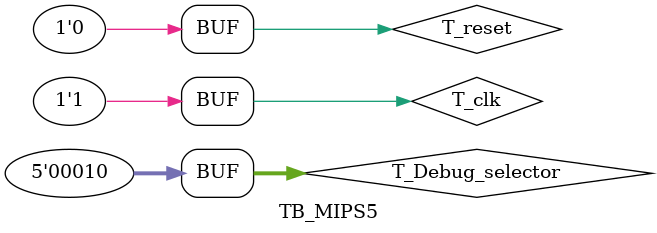
<source format=v>
`timescale 1ns/1ns
module TB_MIPS5;
	
	reg				T_reset;
	reg				T_clk;
	
	reg		[4:0]	T_Debug_selector;
	
	wire	[6:0]	T_HEX0;
	wire	[6:0]	T_HEX1;
	wire	[6:0]	T_HEX2;
	wire	[6:0]	T_HEX3;
	wire	[6:0]	T_HEX4;
	wire	[6:0]	T_HEX5;
	wire	[6:0]	T_HEX6;
	wire	[6:0]	T_HEX7;
	
	MIPS_Top_Module	DUT(
		.reset			(T_reset),
		.clk			(T_clk),
		.Debug_selector	(T_Debug_selector),
		.HEX0			(T_HEX0),
		.HEX1			(T_HEX1),
		.HEX2			(T_HEX2),
		.HEX3			(T_HEX3),
		.HEX4			(T_HEX4),
		.HEX5			(T_HEX5),
		.HEX6			(T_HEX6),
		.HEX7			(T_HEX7));
	
	always
	begin
		T_clk = 1'b0;
		#10;
		T_clk = 1'b1;
		#10;
	end
	
	initial
	begin
		T_Debug_selector = 5'd2;
		T_reset = 1'b1;
		#20;
		T_reset = 1'b0;
		
	end
	
endmodule
</source>
